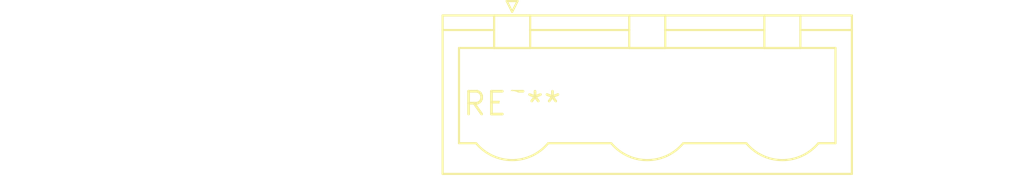
<source format=kicad_pcb>
(kicad_pcb (version 20240108) (generator pcbnew)
  (layers (0 "F.Cu" signal) (31 "B.Cu" signal) (34 "B.Paste" user) (35 "F.Paste" user) (36 "B.SilkS" user "B.Silkscreen") (37 "F.SilkS" user "F.Silkscreen") (38 "B.Mask" user) (39 "F.Mask" user) (44 "Edge.Cuts" user))
  (net 0 "")
  (footprint "PhoenixContact_GMSTBVA_2,5_3-G_1x03_P7.50mm_Vertical" (layer "F.Cu") (at 0 0)
    (property "Reference" "REF**")
    (property "Value" "PhoenixContact_GMSTBVA_2,5_3-G_1x03_P7.50mm_Vertical")
    (fp_line (start -3.86 -4.91) (end -3.86 3.91) (layer "F.SilkS") (stroke (width 0.12)))
    (fp_line (start -3.86 -4.1) (end -1.11 -4.1) (layer "F.SilkS") (stroke (width 0.12)))
    (fp_line (start -3.86 3.91) (end 18.86 3.91) (layer "F.SilkS") (stroke (width 0.12)))
    (fp_line (start -2.95 -3.1) (end 17.95 -3.1) (layer "F.SilkS") (stroke (width 0.12)))
    (fp_line (start -2.95 2.2) (end -2.95 -3.1) (layer "F.SilkS") (stroke (width 0.12)))
    (fp_line (start -2 2.2) (end -2.95 2.2) (layer "F.SilkS") (stroke (width 0.12)))
    (fp_line (start -1 -4.91) (end 1 -4.91) (layer "F.SilkS") (stroke (width 0.12)))
    (fp_line (start -1 -3.1) (end -1 -4.91) (layer "F.SilkS") (stroke (width 0.12)))
    (fp_line (start -0.3 -5.71) (end 0.3 -5.71) (layer "F.SilkS") (stroke (width 0.12)))
    (fp_line (start 0 -5.11) (end -0.3 -5.71) (layer "F.SilkS") (stroke (width 0.12)))
    (fp_line (start 0.3 -5.71) (end 0 -5.11) (layer "F.SilkS") (stroke (width 0.12)))
    (fp_line (start 1 -4.91) (end 1 -3.1) (layer "F.SilkS") (stroke (width 0.12)))
    (fp_line (start 1 -4.1) (end 6.5 -4.1) (layer "F.SilkS") (stroke (width 0.12)))
    (fp_line (start 1 -3.1) (end -1 -3.1) (layer "F.SilkS") (stroke (width 0.12)))
    (fp_line (start 2 2.2) (end 5.5 2.2) (layer "F.SilkS") (stroke (width 0.12)))
    (fp_line (start 6.5 -4.91) (end 8.5 -4.91) (layer "F.SilkS") (stroke (width 0.12)))
    (fp_line (start 6.5 -3.1) (end 6.5 -4.91) (layer "F.SilkS") (stroke (width 0.12)))
    (fp_line (start 8.5 -4.91) (end 8.5 -3.1) (layer "F.SilkS") (stroke (width 0.12)))
    (fp_line (start 8.5 -4.1) (end 14 -4.1) (layer "F.SilkS") (stroke (width 0.12)))
    (fp_line (start 8.5 -3.1) (end 6.5 -3.1) (layer "F.SilkS") (stroke (width 0.12)))
    (fp_line (start 9.5 2.2) (end 13 2.2) (layer "F.SilkS") (stroke (width 0.12)))
    (fp_line (start 14 -4.91) (end 16 -4.91) (layer "F.SilkS") (stroke (width 0.12)))
    (fp_line (start 14 -3.1) (end 14 -4.91) (layer "F.SilkS") (stroke (width 0.12)))
    (fp_line (start 16 -4.91) (end 16 -3.1) (layer "F.SilkS") (stroke (width 0.12)))
    (fp_line (start 16 -3.1) (end 14 -3.1) (layer "F.SilkS") (stroke (width 0.12)))
    (fp_line (start 17.95 -3.1) (end 17.95 2.2) (layer "F.SilkS") (stroke (width 0.12)))
    (fp_line (start 17.95 2.2) (end 17 2.2) (layer "F.SilkS") (stroke (width 0.12)))
    (fp_line (start 18.86 -4.91) (end -3.86 -4.91) (layer "F.SilkS") (stroke (width 0.12)))
    (fp_line (start 18.86 -4.1) (end 16.11 -4.1) (layer "F.SilkS") (stroke (width 0.12)))
    (fp_line (start 18.86 3.91) (end 18.86 -4.91) (layer "F.SilkS") (stroke (width 0.12)))
    (fp_arc (start 1.986842 2.215821) (mid -0.010289 3.142758) (end -2 2.2) (layer "F.SilkS") (stroke (width 0.12)))
    (fp_arc (start 9.486842 2.215821) (mid 7.489711 3.142758) (end 5.5 2.2) (layer "F.SilkS") (stroke (width 0.12)))
    (fp_arc (start 16.986842 2.215821) (mid 14.989711 3.142758) (end 13 2.2) (layer "F.SilkS") (stroke (width 0.12)))
    (pad "1" thru_hole roundrect (at 0 0) (size 2 3.6) (drill 1.4) (layers *.Cu *.Mask) (remove_unused_layers) (roundrect_rratio 0.125))
    (pad "2" thru_hole oval (at 7.5 0) (size 2 3.6) (drill 1.4) (layers *.Cu *.Mask) (remove_unused_layers))
    (pad "3" thru_hole oval (at 15 0) (size 2 3.6) (drill 1.4) (layers *.Cu *.Mask) (remove_unused_layers))
  )
)
</source>
